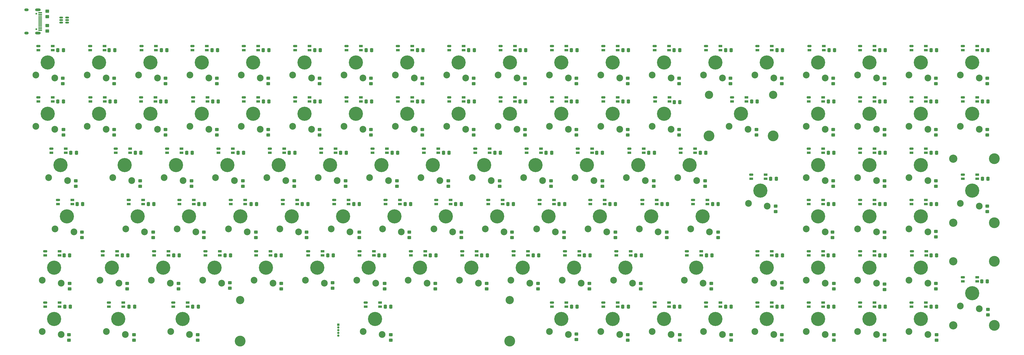
<source format=gbr>
%TF.GenerationSoftware,KiCad,Pcbnew,8.0.2*%
%TF.CreationDate,2025-01-30T16:21:06+01:00*%
%TF.ProjectId,zigzag,7a69677a-6167-42e6-9b69-6361645f7063,rev?*%
%TF.SameCoordinates,Original*%
%TF.FileFunction,Soldermask,Bot*%
%TF.FilePolarity,Negative*%
%FSLAX46Y46*%
G04 Gerber Fmt 4.6, Leading zero omitted, Abs format (unit mm)*
G04 Created by KiCad (PCBNEW 8.0.2) date 2025-01-30 16:21:06*
%MOMM*%
%LPD*%
G01*
G04 APERTURE LIST*
G04 Aperture macros list*
%AMRoundRect*
0 Rectangle with rounded corners*
0 $1 Rounding radius*
0 $2 $3 $4 $5 $6 $7 $8 $9 X,Y pos of 4 corners*
0 Add a 4 corners polygon primitive as box body*
4,1,4,$2,$3,$4,$5,$6,$7,$8,$9,$2,$3,0*
0 Add four circle primitives for the rounded corners*
1,1,$1+$1,$2,$3*
1,1,$1+$1,$4,$5*
1,1,$1+$1,$6,$7*
1,1,$1+$1,$8,$9*
0 Add four rect primitives between the rounded corners*
20,1,$1+$1,$2,$3,$4,$5,0*
20,1,$1+$1,$4,$5,$6,$7,0*
20,1,$1+$1,$6,$7,$8,$9,0*
20,1,$1+$1,$8,$9,$2,$3,0*%
G04 Aperture macros list end*
%ADD10C,3.050000*%
%ADD11C,4.000000*%
%ADD12C,5.250000*%
%ADD13C,2.500000*%
%ADD14R,0.850000X0.850000*%
%ADD15O,0.850000X0.850000*%
%ADD16C,0.650000*%
%ADD17R,1.450000X0.600000*%
%ADD18R,1.450000X0.300000*%
%ADD19O,2.100000X1.000000*%
%ADD20O,1.600000X1.000000*%
%ADD21RoundRect,0.250000X-0.450000X0.350000X-0.450000X-0.350000X0.450000X-0.350000X0.450000X0.350000X0*%
%ADD22RoundRect,0.150000X-0.512500X-0.150000X0.512500X-0.150000X0.512500X0.150000X-0.512500X0.150000X0*%
%ADD23RoundRect,0.250000X0.450000X-0.350000X0.450000X0.350000X-0.450000X0.350000X-0.450000X-0.350000X0*%
%ADD24RoundRect,0.250000X-0.337500X-0.475000X0.337500X-0.475000X0.337500X0.475000X-0.337500X0.475000X0*%
%ADD25RoundRect,0.250000X0.450000X-0.325000X0.450000X0.325000X-0.450000X0.325000X-0.450000X-0.325000X0*%
%ADD26R,1.450000X0.820000*%
%ADD27RoundRect,0.205000X0.520000X0.205000X-0.520000X0.205000X-0.520000X-0.205000X0.520000X-0.205000X0*%
G04 APERTURE END LIST*
D10*
%TO.C,K37*%
X138214000Y-141844000D03*
D11*
X138214000Y-157084000D03*
D12*
X188214000Y-148844000D03*
D10*
X238214000Y-141844000D03*
D11*
X238214000Y-157084000D03*
D13*
X183814000Y-153544000D03*
X190814000Y-154594000D03*
%TD*%
D14*
%TO.C,J2*%
X174625000Y-150987500D03*
D15*
X174625000Y-151987500D03*
X174625000Y-152987500D03*
X174625000Y-153987500D03*
X174625000Y-154987500D03*
%TD*%
D16*
%TO.C,J1*%
X62610000Y-41238000D03*
X62610000Y-35458000D03*
D17*
X64055000Y-41598000D03*
X64055000Y-40798000D03*
D18*
X64055000Y-39598000D03*
X64055000Y-38598000D03*
X64055000Y-38098000D03*
X64055000Y-37098000D03*
D17*
X64055000Y-35898000D03*
X64055000Y-35098000D03*
X64055000Y-35098000D03*
X64055000Y-35898000D03*
D18*
X64055000Y-36598000D03*
X64055000Y-37598000D03*
X64055000Y-39098000D03*
X64055000Y-40098000D03*
D17*
X64055000Y-40798000D03*
X64055000Y-41598000D03*
D19*
X63140000Y-42668000D03*
D20*
X58960000Y-42668000D03*
D19*
X63140000Y-34028000D03*
D20*
X58960000Y-34028000D03*
%TD*%
D13*
%TO.C,K45*%
X212277000Y-97444000D03*
X205277000Y-96394000D03*
D12*
X209677000Y-91694000D03*
%TD*%
D13*
%TO.C,K63*%
X283714500Y-135544000D03*
X276714500Y-134494000D03*
D12*
X281114500Y-129794000D03*
%TD*%
D13*
%TO.C,K65*%
X298002000Y-59344000D03*
X291002000Y-58294000D03*
D12*
X295402000Y-53594000D03*
%TD*%
D13*
%TO.C,K82*%
X355152000Y-97444000D03*
X348152000Y-96394000D03*
D12*
X352552000Y-91694000D03*
%TD*%
D13*
%TO.C,K91*%
X374202000Y-154594000D03*
X367202000Y-153544000D03*
D12*
X371602000Y-148844000D03*
%TD*%
D13*
%TO.C,K96*%
X393252000Y-135544000D03*
X386252000Y-134494000D03*
D12*
X390652000Y-129794000D03*
%TD*%
D13*
%TO.C,K93*%
X393252000Y-78394000D03*
X386252000Y-77344000D03*
D12*
X390652000Y-72644000D03*
%TD*%
D13*
%TO.C,K67*%
X288477000Y-97444000D03*
X281477000Y-96394000D03*
D12*
X285877000Y-91694000D03*
%TD*%
D13*
%TO.C,K98*%
X412302000Y-59344000D03*
X405302000Y-58294000D03*
D12*
X409702000Y-53594000D03*
%TD*%
D13*
%TO.C,K1*%
X69402000Y-59344000D03*
X62402000Y-58294000D03*
D12*
X66802000Y-53594000D03*
%TD*%
D21*
%TO.C,R2*%
X66614000Y-34564000D03*
X66614000Y-36564000D03*
%TD*%
D13*
%TO.C,K40*%
X193227000Y-97444000D03*
X186227000Y-96394000D03*
D12*
X190627000Y-91694000D03*
%TD*%
D13*
%TO.C,K12*%
X107502000Y-78394000D03*
X100502000Y-77344000D03*
D12*
X104902000Y-72644000D03*
%TD*%
D13*
%TO.C,K88*%
X374202000Y-97444000D03*
X367202000Y-96394000D03*
D12*
X371602000Y-91694000D03*
%TD*%
D13*
%TO.C,K64*%
X278952000Y-154594000D03*
X271952000Y-153544000D03*
D12*
X276352000Y-148844000D03*
%TD*%
D13*
%TO.C,K5*%
X71783250Y-135544000D03*
X64783250Y-134494000D03*
D12*
X69183250Y-129794000D03*
%TD*%
D13*
%TO.C,K79*%
X336102000Y-154594000D03*
X329102000Y-153544000D03*
D12*
X333502000Y-148844000D03*
%TD*%
D13*
%TO.C,K26*%
X150364500Y-135544000D03*
X143364500Y-134494000D03*
D12*
X147764500Y-129794000D03*
%TD*%
D13*
%TO.C,K47*%
X226564500Y-135544000D03*
X219564500Y-134494000D03*
D12*
X223964500Y-129794000D03*
%TD*%
D13*
%TO.C,K6*%
X71783250Y-154594000D03*
X64783250Y-153544000D03*
D12*
X69183250Y-148844000D03*
%TD*%
D13*
%TO.C,K68*%
X293239500Y-116494000D03*
X286239500Y-115444000D03*
D12*
X290639500Y-110744000D03*
%TD*%
D13*
%TO.C,K24*%
X136077000Y-97444000D03*
X129077000Y-96394000D03*
D12*
X133477000Y-91694000D03*
%TD*%
D13*
%TO.C,K27*%
X164652000Y-59344000D03*
X157652000Y-58294000D03*
D12*
X162052000Y-53594000D03*
%TD*%
D13*
%TO.C,K48*%
X240852000Y-59344000D03*
X233852000Y-58294000D03*
D12*
X238252000Y-53594000D03*
%TD*%
D13*
%TO.C,K72*%
X312289500Y-116494000D03*
X305289500Y-115444000D03*
D12*
X309689500Y-110744000D03*
%TD*%
D13*
%TO.C,K92*%
X393252000Y-59344000D03*
X386252000Y-58294000D03*
D12*
X390652000Y-53594000D03*
%TD*%
D13*
%TO.C,K70*%
X317052000Y-59344000D03*
X310052000Y-58294000D03*
D12*
X314452000Y-53594000D03*
%TD*%
D13*
%TO.C,K10*%
X95595750Y-154594000D03*
X88595750Y-153544000D03*
D12*
X92995750Y-148844000D03*
%TD*%
D13*
%TO.C,K50*%
X231327000Y-97444000D03*
X224327000Y-96394000D03*
D12*
X228727000Y-91694000D03*
%TD*%
D13*
%TO.C,K57*%
X264664500Y-135544000D03*
X257664500Y-134494000D03*
D12*
X262064500Y-129794000D03*
%TD*%
D13*
%TO.C,K31*%
X169414500Y-135544000D03*
X162414500Y-134494000D03*
D12*
X166814500Y-129794000D03*
%TD*%
D13*
%TO.C,K71*%
X307527000Y-97444000D03*
X300527000Y-96394000D03*
D12*
X304927000Y-91694000D03*
%TD*%
D13*
%TO.C,K87*%
X374202000Y-78394000D03*
X367202000Y-77344000D03*
D12*
X371602000Y-72644000D03*
%TD*%
D13*
%TO.C,K8*%
X88452000Y-78394000D03*
X81452000Y-77344000D03*
D12*
X85852000Y-72644000D03*
%TD*%
%TO.C,K9*%
X90614500Y-129794000D03*
D13*
X86214500Y-134494000D03*
X93214500Y-135544000D03*
%TD*%
D22*
%TO.C,U2*%
X71764500Y-38816000D03*
X71764500Y-37866000D03*
X71764500Y-36916000D03*
X74039500Y-36916000D03*
X74039500Y-37866000D03*
X74039500Y-38816000D03*
%TD*%
D13*
%TO.C,K16*%
X126552000Y-59344000D03*
X119552000Y-58294000D03*
D12*
X123952000Y-53594000D03*
%TD*%
D13*
%TO.C,K74*%
X317052000Y-154594000D03*
X310052000Y-153544000D03*
D12*
X314452000Y-148844000D03*
%TD*%
D13*
%TO.C,K81*%
X355152000Y-78394000D03*
X348152000Y-77344000D03*
D12*
X352552000Y-72644000D03*
%TD*%
D13*
%TO.C,K36*%
X188464500Y-135544000D03*
X181464500Y-134494000D03*
D12*
X185864500Y-129794000D03*
%TD*%
D13*
%TO.C,K58*%
X259902000Y-154594000D03*
X252902000Y-153544000D03*
D12*
X257302000Y-148844000D03*
%TD*%
D13*
%TO.C,K94*%
X393252000Y-97444000D03*
X386252000Y-96394000D03*
D12*
X390652000Y-91694000D03*
%TD*%
D13*
%TO.C,K44*%
X221802000Y-78394000D03*
X214802000Y-77344000D03*
D12*
X219202000Y-72644000D03*
%TD*%
D13*
%TO.C,K80*%
X355152000Y-59344000D03*
X348152000Y-58294000D03*
D12*
X352552000Y-53594000D03*
%TD*%
D13*
%TO.C,K76*%
X326577000Y-78394000D03*
X319577000Y-77344000D03*
D11*
X335877000Y-80884000D03*
D10*
X335877000Y-65644000D03*
D12*
X323977000Y-72644000D03*
D11*
X312077000Y-80884000D03*
D10*
X312077000Y-65644000D03*
%TD*%
D13*
%TO.C,K17*%
X126552000Y-78394000D03*
X119552000Y-77344000D03*
D12*
X123952000Y-72644000D03*
%TD*%
D13*
%TO.C,K53*%
X259902000Y-59344000D03*
X252902000Y-58294000D03*
D12*
X257302000Y-53594000D03*
%TD*%
D13*
%TO.C,K29*%
X155127000Y-97444000D03*
X148127000Y-96394000D03*
D12*
X152527000Y-91694000D03*
%TD*%
D13*
%TO.C,K2*%
X69402000Y-78394000D03*
X62402000Y-77344000D03*
D12*
X66802000Y-72644000D03*
%TD*%
D13*
%TO.C,K101*%
X412302000Y-145069000D03*
X405302000Y-144019000D03*
D11*
X417942000Y-151219000D03*
X417942000Y-127419000D03*
D12*
X409702000Y-139319000D03*
D10*
X402702000Y-151219000D03*
X402702000Y-127419000D03*
%TD*%
D13*
%TO.C,K60*%
X278952000Y-78394000D03*
X271952000Y-77344000D03*
D12*
X276352000Y-72644000D03*
%TD*%
D13*
%TO.C,K73*%
X309908250Y-135544000D03*
X302908250Y-134494000D03*
D12*
X307308250Y-129794000D03*
%TD*%
D13*
%TO.C,K15*%
X112264500Y-135544000D03*
X105264500Y-134494000D03*
D12*
X109664500Y-129794000D03*
%TD*%
D13*
%TO.C,K38*%
X202752000Y-59344000D03*
X195752000Y-58294000D03*
D12*
X200152000Y-53594000D03*
%TD*%
D13*
%TO.C,K69*%
X298002000Y-154594000D03*
X291002000Y-153544000D03*
D12*
X295402000Y-148844000D03*
%TD*%
D13*
%TO.C,K62*%
X274189500Y-116494000D03*
X267189500Y-115444000D03*
D12*
X271589500Y-110744000D03*
%TD*%
D13*
%TO.C,K33*%
X183702000Y-78394000D03*
X176702000Y-77344000D03*
D12*
X181102000Y-72644000D03*
%TD*%
D13*
%TO.C,K84*%
X355152000Y-135544000D03*
X348152000Y-134494000D03*
D12*
X352552000Y-129794000D03*
%TD*%
D13*
%TO.C,K95*%
X393252000Y-116494000D03*
X386252000Y-115444000D03*
D12*
X390652000Y-110744000D03*
%TD*%
D13*
%TO.C,K75*%
X336102000Y-59344000D03*
X329102000Y-58294000D03*
D12*
X333502000Y-53594000D03*
%TD*%
D13*
%TO.C,K14*%
X102739500Y-116494000D03*
X95739500Y-115444000D03*
D12*
X100139500Y-110744000D03*
%TD*%
D13*
%TO.C,K97*%
X393252000Y-154594000D03*
X386252000Y-153544000D03*
D12*
X390652000Y-148844000D03*
%TD*%
D23*
%TO.C,R1*%
X66614000Y-41872000D03*
X66614000Y-39872000D03*
%TD*%
D13*
%TO.C,K55*%
X250377000Y-97444000D03*
X243377000Y-96394000D03*
D12*
X247777000Y-91694000D03*
%TD*%
D13*
%TO.C,K54*%
X259902000Y-78394000D03*
X252902000Y-77344000D03*
D12*
X257302000Y-72644000D03*
%TD*%
D13*
%TO.C,K90*%
X374202000Y-135544000D03*
X367202000Y-134494000D03*
D12*
X371602000Y-129794000D03*
%TD*%
D13*
%TO.C,K83*%
X355152000Y-116494000D03*
X348152000Y-115444000D03*
D12*
X352552000Y-110744000D03*
%TD*%
D13*
%TO.C,K78*%
X336102000Y-135544000D03*
X329102000Y-134494000D03*
D12*
X333502000Y-129794000D03*
%TD*%
D13*
%TO.C,K56*%
X255139500Y-116494000D03*
X248139500Y-115444000D03*
D12*
X252539500Y-110744000D03*
%TD*%
D13*
%TO.C,K20*%
X131314500Y-135544000D03*
X124314500Y-134494000D03*
D12*
X128714500Y-129794000D03*
%TD*%
D13*
%TO.C,K13*%
X97977000Y-97444000D03*
X90977000Y-96394000D03*
D12*
X95377000Y-91694000D03*
%TD*%
D13*
%TO.C,K86*%
X374202000Y-59344000D03*
X367202000Y-58294000D03*
D12*
X371602000Y-53594000D03*
%TD*%
D13*
%TO.C,K11*%
X107502000Y-59344000D03*
X100502000Y-58294000D03*
D12*
X104902000Y-53594000D03*
%TD*%
D13*
%TO.C,K19*%
X121789500Y-116494000D03*
X114789500Y-115444000D03*
D12*
X119189500Y-110744000D03*
%TD*%
D13*
%TO.C,K30*%
X159889500Y-116494000D03*
X152889500Y-115444000D03*
D12*
X157289500Y-110744000D03*
%TD*%
D13*
%TO.C,K85*%
X355152000Y-154594000D03*
X348152000Y-153544000D03*
D12*
X352552000Y-148844000D03*
%TD*%
D13*
%TO.C,K46*%
X217039500Y-116494000D03*
X210039500Y-115444000D03*
D12*
X214439500Y-110744000D03*
%TD*%
D13*
%TO.C,K35*%
X178939500Y-116494000D03*
X171939500Y-115444000D03*
D12*
X176339500Y-110744000D03*
%TD*%
D13*
%TO.C,K77*%
X333720750Y-106969000D03*
X326720750Y-105919000D03*
D12*
X331120750Y-101219000D03*
%TD*%
D13*
%TO.C,K21*%
X119408250Y-154594000D03*
X112408250Y-153544000D03*
D12*
X116808250Y-148844000D03*
%TD*%
D13*
%TO.C,K4*%
X76545750Y-116494000D03*
X69545750Y-115444000D03*
D12*
X73945750Y-110744000D03*
%TD*%
D13*
%TO.C,K66*%
X298002000Y-78394000D03*
X291002000Y-77344000D03*
D12*
X295402000Y-72644000D03*
%TD*%
D13*
%TO.C,K99*%
X412302000Y-78394000D03*
X405302000Y-77344000D03*
D12*
X409702000Y-72644000D03*
%TD*%
D13*
%TO.C,K42*%
X207514500Y-135544000D03*
X200514500Y-134494000D03*
D12*
X204914500Y-129794000D03*
%TD*%
D13*
%TO.C,K52*%
X245614500Y-135544000D03*
X238614500Y-134494000D03*
D12*
X243014500Y-129794000D03*
%TD*%
D13*
%TO.C,K61*%
X269427000Y-97444000D03*
X262427000Y-96394000D03*
D12*
X266827000Y-91694000D03*
%TD*%
D13*
%TO.C,K25*%
X140839500Y-116494000D03*
X133839500Y-115444000D03*
D12*
X138239500Y-110744000D03*
%TD*%
D13*
%TO.C,K49*%
X240852000Y-78394000D03*
X233852000Y-77344000D03*
D12*
X238252000Y-72644000D03*
%TD*%
D13*
%TO.C,K22*%
X145602000Y-59344000D03*
X138602000Y-58294000D03*
D12*
X143002000Y-53594000D03*
%TD*%
D13*
%TO.C,K34*%
X174177000Y-97444000D03*
X167177000Y-96394000D03*
D12*
X171577000Y-91694000D03*
%TD*%
D13*
%TO.C,K100*%
X412302000Y-106969000D03*
X405302000Y-105919000D03*
D11*
X417942000Y-113119000D03*
X417942000Y-89319000D03*
D12*
X409702000Y-101219000D03*
D10*
X402702000Y-113119000D03*
X402702000Y-89319000D03*
%TD*%
D13*
%TO.C,K59*%
X278952000Y-59344000D03*
X271952000Y-58294000D03*
D12*
X276352000Y-53594000D03*
%TD*%
D13*
%TO.C,K41*%
X197989500Y-116494000D03*
X190989500Y-115444000D03*
D12*
X195389500Y-110744000D03*
%TD*%
D13*
%TO.C,K18*%
X117027000Y-97444000D03*
X110027000Y-96394000D03*
D12*
X114427000Y-91694000D03*
%TD*%
D13*
%TO.C,K32*%
X183702000Y-59344000D03*
X176702000Y-58294000D03*
D12*
X181102000Y-53594000D03*
%TD*%
D13*
%TO.C,K28*%
X164652000Y-78394000D03*
X157652000Y-77344000D03*
D12*
X162052000Y-72644000D03*
%TD*%
D13*
%TO.C,K43*%
X221802000Y-59344000D03*
X214802000Y-58294000D03*
D12*
X219202000Y-53594000D03*
%TD*%
D13*
%TO.C,K23*%
X145602000Y-78394000D03*
X138602000Y-77344000D03*
D12*
X143002000Y-72644000D03*
%TD*%
D13*
%TO.C,K3*%
X74164500Y-97444000D03*
X67164500Y-96394000D03*
D12*
X71564500Y-91694000D03*
%TD*%
D13*
%TO.C,K7*%
X88452000Y-59344000D03*
X81452000Y-58294000D03*
D12*
X85852000Y-53594000D03*
%TD*%
D13*
%TO.C,K39*%
X202752000Y-78394000D03*
X195752000Y-77344000D03*
D12*
X200152000Y-72644000D03*
%TD*%
D13*
%TO.C,K89*%
X374202000Y-116494000D03*
X367202000Y-115444000D03*
D12*
X371602000Y-110744000D03*
%TD*%
D13*
%TO.C,K51*%
X236089500Y-116494000D03*
X229089500Y-115444000D03*
D12*
X233489500Y-110744000D03*
%TD*%
D24*
%TO.C,C32*%
X132588000Y-125222000D03*
X134663000Y-125222000D03*
%TD*%
D25*
%TO.C,D70*%
X320040000Y-61486000D03*
X320040000Y-59436000D03*
%TD*%
D24*
%TO.C,C89*%
X327892500Y-68072000D03*
X329967500Y-68072000D03*
%TD*%
D26*
%TO.C,LED75*%
X335415000Y-49010000D03*
X335415000Y-47510000D03*
D27*
X330065000Y-47510000D03*
D26*
X330065000Y-49010000D03*
%TD*%
D24*
%TO.C,C109*%
X394440500Y-125222000D03*
X396515500Y-125222000D03*
%TD*%
D25*
%TO.C,D71*%
X310642000Y-99586000D03*
X310642000Y-97536000D03*
%TD*%
D26*
%TO.C,LED55*%
X249817000Y-87110000D03*
X249817000Y-85610000D03*
D27*
X244467000Y-85610000D03*
D26*
X244467000Y-87110000D03*
%TD*%
%TO.C,LED1*%
X68715000Y-48998000D03*
X68715000Y-47498000D03*
D27*
X63365000Y-47498000D03*
D26*
X63365000Y-48998000D03*
%TD*%
D25*
%TO.C,D15*%
X115316000Y-137686000D03*
X115316000Y-135636000D03*
%TD*%
%TO.C,D94*%
X396240000Y-99586000D03*
X396240000Y-97536000D03*
%TD*%
D26*
%TO.C,LED7*%
X87884000Y-49022000D03*
X87884000Y-47522000D03*
D27*
X82534000Y-47522000D03*
D26*
X82534000Y-49022000D03*
%TD*%
%TO.C,LED14*%
X102243000Y-106160000D03*
X102243000Y-104660000D03*
D27*
X96893000Y-104660000D03*
D26*
X96893000Y-106160000D03*
%TD*%
D25*
%TO.C,D47*%
X229616000Y-137686000D03*
X229616000Y-135636000D03*
%TD*%
D26*
%TO.C,LED15*%
X111641000Y-125210000D03*
X111641000Y-123710000D03*
D27*
X106291000Y-123710000D03*
D26*
X106291000Y-125210000D03*
%TD*%
D25*
%TO.C,D68*%
X296418000Y-118636000D03*
X296418000Y-116586000D03*
%TD*%
D26*
%TO.C,LED47*%
X225941000Y-125210000D03*
X225941000Y-123710000D03*
D27*
X220591000Y-123710000D03*
D26*
X220591000Y-125210000D03*
%TD*%
D25*
%TO.C,D62*%
X277368000Y-118636000D03*
X277368000Y-116586000D03*
%TD*%
D26*
%TO.C,LED50*%
X230767000Y-87110000D03*
X230767000Y-85610000D03*
D27*
X225417000Y-85610000D03*
D26*
X225417000Y-87110000D03*
%TD*%
%TO.C,LED70*%
X316365000Y-49010000D03*
X316365000Y-47510000D03*
D27*
X311015000Y-47510000D03*
D26*
X311015000Y-49010000D03*
%TD*%
D24*
%TO.C,C96*%
X356362000Y-106172000D03*
X358437000Y-106172000D03*
%TD*%
%TO.C,C42*%
X156421000Y-87122000D03*
X158496000Y-87122000D03*
%TD*%
D26*
%TO.C,LED42*%
X206891000Y-125210000D03*
X206891000Y-123710000D03*
D27*
X201541000Y-123710000D03*
D26*
X201541000Y-125210000D03*
%TD*%
D24*
%TO.C,C58*%
X213592500Y-87122000D03*
X215667500Y-87122000D03*
%TD*%
%TO.C,C25*%
X99314000Y-87122000D03*
X101389000Y-87122000D03*
%TD*%
D26*
%TO.C,LED69*%
X297315000Y-144260000D03*
X297315000Y-142760000D03*
D27*
X291965000Y-142760000D03*
D26*
X291965000Y-144260000D03*
%TD*%
%TO.C,LED44*%
X221115000Y-68060000D03*
X221115000Y-66560000D03*
D27*
X215765000Y-66560000D03*
D26*
X215765000Y-68060000D03*
%TD*%
D24*
%TO.C,C86*%
X311150000Y-125222000D03*
X313225000Y-125222000D03*
%TD*%
D26*
%TO.C,LED56*%
X254643000Y-106160000D03*
X254643000Y-104660000D03*
D27*
X249293000Y-104660000D03*
D26*
X249293000Y-106160000D03*
%TD*%
D24*
%TO.C,C52*%
X203940500Y-68072000D03*
X206015500Y-68072000D03*
%TD*%
%TO.C,C94*%
X356340500Y-68072000D03*
X358415500Y-68072000D03*
%TD*%
%TO.C,C29*%
X127994500Y-68072000D03*
X130069500Y-68072000D03*
%TD*%
D25*
%TO.C,D7*%
X91440000Y-61486000D03*
X91440000Y-59436000D03*
%TD*%
D24*
%TO.C,C48*%
X180340000Y-106172000D03*
X182415000Y-106172000D03*
%TD*%
D26*
%TO.C,LED87*%
X373515000Y-68060000D03*
X373515000Y-66560000D03*
D27*
X368165000Y-66560000D03*
D26*
X368165000Y-68060000D03*
%TD*%
D25*
%TO.C,D42*%
X210566000Y-137686000D03*
X210566000Y-135636000D03*
%TD*%
D24*
%TO.C,C98*%
X356362000Y-144272000D03*
X358437000Y-144272000D03*
%TD*%
%TO.C,C82*%
X299212000Y-144272000D03*
X301287000Y-144272000D03*
%TD*%
D26*
%TO.C,LED39*%
X202065000Y-68060000D03*
X202065000Y-66560000D03*
D27*
X196715000Y-66560000D03*
D26*
X196715000Y-68060000D03*
%TD*%
D25*
%TO.C,D80*%
X358140000Y-61486000D03*
X358140000Y-59436000D03*
%TD*%
D24*
%TO.C,C13*%
X70569000Y-49022000D03*
X72644000Y-49022000D03*
%TD*%
D26*
%TO.C,LED29*%
X154567000Y-87110000D03*
X154567000Y-85610000D03*
D27*
X149217000Y-85610000D03*
D26*
X149217000Y-87110000D03*
%TD*%
D25*
%TO.C,D10*%
X98806000Y-156736000D03*
X98806000Y-154686000D03*
%TD*%
D26*
%TO.C,LED72*%
X311539000Y-106160000D03*
X311539000Y-104660000D03*
D27*
X306189000Y-104660000D03*
D26*
X306189000Y-106160000D03*
%TD*%
D25*
%TO.C,D60*%
X281940000Y-80536000D03*
X281940000Y-78486000D03*
%TD*%
D26*
%TO.C,LED21*%
X118753000Y-144260000D03*
X118753000Y-142760000D03*
D27*
X113403000Y-142760000D03*
D26*
X113403000Y-144260000D03*
%TD*%
D24*
%TO.C,C39*%
X151362500Y-125222000D03*
X153437500Y-125222000D03*
%TD*%
%TO.C,C14*%
X70569000Y-68072000D03*
X72644000Y-68072000D03*
%TD*%
D25*
%TO.C,D43*%
X224790000Y-61486000D03*
X224790000Y-59436000D03*
%TD*%
D26*
%TO.C,LED85*%
X354465000Y-144260000D03*
X354465000Y-142760000D03*
D27*
X349115000Y-142760000D03*
D26*
X349115000Y-144260000D03*
%TD*%
D25*
%TO.C,D63*%
X286766000Y-137686000D03*
X286766000Y-135636000D03*
%TD*%
D24*
%TO.C,C79*%
X299190500Y-68326000D03*
X301265500Y-68326000D03*
%TD*%
D26*
%TO.C,LED16*%
X125865000Y-49010000D03*
X125865000Y-47510000D03*
D27*
X120515000Y-47510000D03*
D26*
X120515000Y-49010000D03*
%TD*%
D24*
%TO.C,C28*%
X127740500Y-49022000D03*
X129815500Y-49022000D03*
%TD*%
D25*
%TO.C,D65*%
X300990000Y-61486000D03*
X300990000Y-59436000D03*
%TD*%
D24*
%TO.C,C108*%
X394440500Y-106172000D03*
X396515500Y-106172000D03*
%TD*%
D25*
%TO.C,D101*%
X415544000Y-147338000D03*
X415544000Y-145288000D03*
%TD*%
D26*
%TO.C,LED30*%
X159393000Y-106160000D03*
X159393000Y-104660000D03*
D27*
X154043000Y-104660000D03*
D26*
X154043000Y-106160000D03*
%TD*%
D24*
%TO.C,C90*%
X334983000Y-96774000D03*
X337058000Y-96774000D03*
%TD*%
D25*
%TO.C,D78*%
X339090000Y-137423000D03*
X339090000Y-135373000D03*
%TD*%
D24*
%TO.C,C78*%
X299169000Y-49022000D03*
X301244000Y-49022000D03*
%TD*%
D26*
%TO.C,LED74*%
X316365000Y-144260000D03*
X316365000Y-142760000D03*
D27*
X311015000Y-142760000D03*
D26*
X311015000Y-144260000D03*
%TD*%
D25*
%TO.C,D88*%
X377190000Y-99586000D03*
X377190000Y-97536000D03*
%TD*%
D24*
%TO.C,C101*%
X375412000Y-87122000D03*
X377487000Y-87122000D03*
%TD*%
D25*
%TO.C,D20*%
X134366000Y-137432000D03*
X134366000Y-135382000D03*
%TD*%
D24*
%TO.C,C107*%
X394440500Y-87122000D03*
X396515500Y-87122000D03*
%TD*%
%TO.C,C85*%
X313436000Y-106172000D03*
X315511000Y-106172000D03*
%TD*%
D25*
%TO.C,D39*%
X205740000Y-80536000D03*
X205740000Y-78486000D03*
%TD*%
D24*
%TO.C,C17*%
X72876500Y-125222000D03*
X74951500Y-125222000D03*
%TD*%
D25*
%TO.C,D89*%
X377190000Y-118636000D03*
X377190000Y-116586000D03*
%TD*%
D26*
%TO.C,LED24*%
X135517000Y-87110000D03*
X135517000Y-85610000D03*
D27*
X130167000Y-85610000D03*
D26*
X130167000Y-87110000D03*
%TD*%
D24*
%TO.C,C37*%
X137392500Y-87122000D03*
X139467500Y-87122000D03*
%TD*%
D26*
%TO.C,LED80*%
X354719000Y-49010000D03*
X354719000Y-47510000D03*
D27*
X349369000Y-47510000D03*
D26*
X349369000Y-49010000D03*
%TD*%
D24*
%TO.C,C77*%
X280119000Y-144272000D03*
X282194000Y-144272000D03*
%TD*%
D25*
%TO.C,D96*%
X396240000Y-137686000D03*
X396240000Y-135636000D03*
%TD*%
%TO.C,D69*%
X301244000Y-156736000D03*
X301244000Y-154686000D03*
%TD*%
%TO.C,D66*%
X300990000Y-80527000D03*
X300990000Y-78477000D03*
%TD*%
D26*
%TO.C,LED3*%
X73541000Y-87122000D03*
X73541000Y-85622000D03*
D27*
X68191000Y-85622000D03*
D26*
X68191000Y-87122000D03*
%TD*%
%TO.C,LED19*%
X121039000Y-106160000D03*
X121039000Y-104660000D03*
D27*
X115689000Y-104660000D03*
D26*
X115689000Y-106160000D03*
%TD*%
D25*
%TO.C,D27*%
X167640000Y-61477000D03*
X167640000Y-59427000D03*
%TD*%
D24*
%TO.C,C67*%
X261069000Y-68072000D03*
X263144000Y-68072000D03*
%TD*%
D26*
%TO.C,LED84*%
X354465000Y-125210000D03*
X354465000Y-123710000D03*
D27*
X349115000Y-123710000D03*
D26*
X349115000Y-125210000D03*
%TD*%
D25*
%TO.C,D16*%
X129540000Y-61468000D03*
X129540000Y-59418000D03*
%TD*%
%TO.C,D85*%
X358394000Y-156736000D03*
X358394000Y-154686000D03*
%TD*%
D26*
%TO.C,LED53*%
X259215000Y-49010000D03*
X259215000Y-47510000D03*
D27*
X253865000Y-47510000D03*
D26*
X253865000Y-49010000D03*
%TD*%
D24*
%TO.C,C91*%
X337269000Y-125222000D03*
X339344000Y-125222000D03*
%TD*%
D25*
%TO.C,D40*%
X196342000Y-99586000D03*
X196342000Y-97536000D03*
%TD*%
D24*
%TO.C,C68*%
X251671000Y-87122000D03*
X253746000Y-87122000D03*
%TD*%
D25*
%TO.C,D30*%
X162814000Y-118627000D03*
X162814000Y-116577000D03*
%TD*%
D24*
%TO.C,C21*%
X94466500Y-125222000D03*
X96541500Y-125222000D03*
%TD*%
%TO.C,C20*%
X89894500Y-68072000D03*
X91969500Y-68072000D03*
%TD*%
D25*
%TO.C,D26*%
X153416000Y-137677000D03*
X153416000Y-135627000D03*
%TD*%
D24*
%TO.C,C35*%
X146769000Y-49022000D03*
X148844000Y-49022000D03*
%TD*%
D26*
%TO.C,LED23*%
X144915000Y-68060000D03*
X144915000Y-66560000D03*
D27*
X139565000Y-66560000D03*
D26*
X139565000Y-68060000D03*
%TD*%
%TO.C,LED73*%
X309253000Y-125210000D03*
X309253000Y-123710000D03*
D27*
X303903000Y-123710000D03*
D26*
X303903000Y-125210000D03*
%TD*%
D24*
%TO.C,C61*%
X242062000Y-49022000D03*
X244137000Y-49022000D03*
%TD*%
D26*
%TO.C,LED51*%
X235593000Y-106160000D03*
X235593000Y-104660000D03*
D27*
X230243000Y-104660000D03*
D26*
X230243000Y-106160000D03*
%TD*%
%TO.C,LED34*%
X173617000Y-87110000D03*
X173617000Y-85610000D03*
D27*
X168267000Y-85610000D03*
D26*
X168267000Y-87110000D03*
%TD*%
D25*
%TO.C,D59*%
X281940000Y-61486000D03*
X281940000Y-59436000D03*
%TD*%
D24*
%TO.C,C100*%
X375412000Y-68072000D03*
X377487000Y-68072000D03*
%TD*%
%TO.C,C97*%
X356319000Y-125222000D03*
X358394000Y-125222000D03*
%TD*%
D26*
%TO.C,LED95*%
X392565000Y-106160000D03*
X392565000Y-104660000D03*
D27*
X387215000Y-104660000D03*
D26*
X387215000Y-106160000D03*
%TD*%
%TO.C,LED37*%
X190127000Y-144260000D03*
X190127000Y-142760000D03*
D27*
X184777000Y-142760000D03*
D26*
X184777000Y-144260000D03*
%TD*%
%TO.C,LED57*%
X264041000Y-125210000D03*
X264041000Y-123710000D03*
D27*
X258691000Y-123710000D03*
D26*
X258691000Y-125210000D03*
%TD*%
D25*
%TO.C,D6*%
X74676000Y-156736000D03*
X74676000Y-154686000D03*
%TD*%
%TO.C,D91*%
X377190000Y-156727000D03*
X377190000Y-154677000D03*
%TD*%
%TO.C,D12*%
X110490000Y-80536000D03*
X110490000Y-78486000D03*
%TD*%
D26*
%TO.C,LED78*%
X335415000Y-125210000D03*
X335415000Y-123710000D03*
D27*
X330065000Y-123710000D03*
D26*
X330065000Y-125210000D03*
%TD*%
%TO.C,LED4*%
X75946000Y-106172000D03*
X75946000Y-104672000D03*
D27*
X70596000Y-104672000D03*
D26*
X70596000Y-106172000D03*
%TD*%
D25*
%TO.C,D41*%
X200914000Y-118627000D03*
X200914000Y-116577000D03*
%TD*%
D26*
%TO.C,LED97*%
X392565000Y-144260000D03*
X392565000Y-142760000D03*
D27*
X387215000Y-142760000D03*
D26*
X387215000Y-144260000D03*
%TD*%
%TO.C,LED41*%
X197493000Y-106160000D03*
X197493000Y-104660000D03*
D27*
X192143000Y-104660000D03*
D26*
X192143000Y-106160000D03*
%TD*%
D24*
%TO.C,C110*%
X394440500Y-144272000D03*
X396515500Y-144272000D03*
%TD*%
D26*
%TO.C,LED31*%
X168791000Y-125210000D03*
X168791000Y-123710000D03*
D27*
X163441000Y-123710000D03*
D26*
X163441000Y-125210000D03*
%TD*%
D25*
%TO.C,D73*%
X312928000Y-137686000D03*
X312928000Y-135636000D03*
%TD*%
D26*
%TO.C,LED11*%
X106934000Y-49022000D03*
X106934000Y-47522000D03*
D27*
X101584000Y-47522000D03*
D26*
X101584000Y-49022000D03*
%TD*%
D25*
%TO.C,D4*%
X79502000Y-118627000D03*
X79502000Y-116577000D03*
%TD*%
%TO.C,D64*%
X281940000Y-156736000D03*
X281940000Y-154686000D03*
%TD*%
D26*
%TO.C,LED82*%
X354465000Y-87110000D03*
X354465000Y-85610000D03*
D27*
X349115000Y-85610000D03*
D26*
X349115000Y-87110000D03*
%TD*%
%TO.C,LED100*%
X411615000Y-96762000D03*
X411615000Y-95262000D03*
D27*
X406265000Y-95262000D03*
D26*
X406265000Y-96762000D03*
%TD*%
%TO.C,LED71*%
X306967000Y-87110000D03*
X306967000Y-85610000D03*
D27*
X301617000Y-85610000D03*
D26*
X301617000Y-87110000D03*
%TD*%
%TO.C,LED86*%
X373515000Y-49010000D03*
X373515000Y-47510000D03*
D27*
X368165000Y-47510000D03*
D26*
X368165000Y-49010000D03*
%TD*%
%TO.C,LED54*%
X259215000Y-68060000D03*
X259215000Y-66560000D03*
D27*
X253865000Y-66560000D03*
D26*
X253865000Y-68060000D03*
%TD*%
D24*
%TO.C,C75*%
X275336000Y-106172000D03*
X277411000Y-106172000D03*
%TD*%
%TO.C,C53*%
X194542500Y-87122000D03*
X196617500Y-87122000D03*
%TD*%
D25*
%TO.C,D84*%
X358394000Y-137677000D03*
X358394000Y-135627000D03*
%TD*%
D26*
%TO.C,LED99*%
X411615000Y-68060000D03*
X411615000Y-66560000D03*
D27*
X406265000Y-66560000D03*
D26*
X406265000Y-68060000D03*
%TD*%
D25*
%TO.C,D32*%
X186690000Y-61486000D03*
X186690000Y-59436000D03*
%TD*%
%TO.C,D61*%
X272542000Y-99577000D03*
X272542000Y-97527000D03*
%TD*%
%TO.C,D90*%
X377190000Y-137940000D03*
X377190000Y-135890000D03*
%TD*%
D26*
%TO.C,LED17*%
X126119000Y-68060000D03*
X126119000Y-66560000D03*
D27*
X120769000Y-66560000D03*
D26*
X120769000Y-68060000D03*
%TD*%
D25*
%TO.C,D13*%
X101092000Y-99586000D03*
X101092000Y-97536000D03*
%TD*%
%TO.C,D3*%
X77216000Y-99586000D03*
X77216000Y-97536000D03*
%TD*%
D26*
%TO.C,LED18*%
X116467000Y-87110000D03*
X116467000Y-85610000D03*
D27*
X111117000Y-85610000D03*
D26*
X111117000Y-87110000D03*
%TD*%
D25*
%TO.C,D58*%
X262890000Y-156482000D03*
X262890000Y-154432000D03*
%TD*%
D24*
%TO.C,C99*%
X375412000Y-49022000D03*
X377487000Y-49022000D03*
%TD*%
%TO.C,C31*%
X122893000Y-106172000D03*
X124968000Y-106172000D03*
%TD*%
D25*
%TO.C,D55*%
X253492000Y-99586000D03*
X253492000Y-97536000D03*
%TD*%
%TO.C,D54*%
X262890000Y-80536000D03*
X262890000Y-78486000D03*
%TD*%
D26*
%TO.C,LED92*%
X392565000Y-49010000D03*
X392565000Y-47510000D03*
D27*
X387215000Y-47510000D03*
D26*
X387215000Y-49010000D03*
%TD*%
D24*
%TO.C,C71*%
X261112000Y-144272000D03*
X263187000Y-144272000D03*
%TD*%
%TO.C,C114*%
X413490500Y-96774000D03*
X415565500Y-96774000D03*
%TD*%
D25*
%TO.C,D51*%
X239014000Y-118636000D03*
X239014000Y-116586000D03*
%TD*%
D26*
%TO.C,LED49*%
X240165000Y-68060000D03*
X240165000Y-66560000D03*
D27*
X234815000Y-66560000D03*
D26*
X234815000Y-68060000D03*
%TD*%
D24*
%TO.C,C74*%
X270467000Y-87122000D03*
X272542000Y-87122000D03*
%TD*%
D25*
%TO.C,D57*%
X267716000Y-137686000D03*
X267716000Y-135636000D03*
%TD*%
D24*
%TO.C,C111*%
X413490500Y-49022000D03*
X415565500Y-49022000D03*
%TD*%
D25*
%TO.C,D25*%
X144018000Y-118636000D03*
X144018000Y-116586000D03*
%TD*%
%TO.C,D56*%
X258318000Y-118627000D03*
X258318000Y-116577000D03*
%TD*%
%TO.C,D35*%
X182372000Y-118627000D03*
X182372000Y-116577000D03*
%TD*%
D26*
%TO.C,LED91*%
X373515000Y-144260000D03*
X373515000Y-142760000D03*
D27*
X368165000Y-142760000D03*
D26*
X368165000Y-144260000D03*
%TD*%
D24*
%TO.C,C44*%
X170666500Y-125222000D03*
X172741500Y-125222000D03*
%TD*%
%TO.C,C47*%
X175471000Y-87122000D03*
X177546000Y-87122000D03*
%TD*%
D25*
%TO.C,D79*%
X339090000Y-156736000D03*
X339090000Y-154686000D03*
%TD*%
D24*
%TO.C,C92*%
X337312000Y-144272000D03*
X339387000Y-144272000D03*
%TD*%
D26*
%TO.C,LED25*%
X140089000Y-106160000D03*
X140089000Y-104660000D03*
D27*
X134739000Y-104660000D03*
D26*
X134739000Y-106160000D03*
%TD*%
D25*
%TO.C,D93*%
X396240000Y-80536000D03*
X396240000Y-78486000D03*
%TD*%
D26*
%TO.C,LED88*%
X373515000Y-87110000D03*
X373515000Y-85610000D03*
D27*
X368165000Y-85610000D03*
D26*
X368165000Y-87110000D03*
%TD*%
D24*
%TO.C,C76*%
X284945000Y-125222000D03*
X287020000Y-125222000D03*
%TD*%
D25*
%TO.C,D2*%
X72644000Y-80536000D03*
X72644000Y-78486000D03*
%TD*%
%TO.C,D76*%
X329692000Y-80536000D03*
X329692000Y-78486000D03*
%TD*%
D26*
%TO.C,LED60*%
X278265000Y-68060000D03*
X278265000Y-66560000D03*
D27*
X272915000Y-66560000D03*
D26*
X272915000Y-68060000D03*
%TD*%
D24*
%TO.C,C51*%
X203940500Y-49022000D03*
X206015500Y-49022000D03*
%TD*%
D25*
%TO.C,D29*%
X158242000Y-99586000D03*
X158242000Y-97536000D03*
%TD*%
D24*
%TO.C,C18*%
X73152000Y-144272000D03*
X75227000Y-144272000D03*
%TD*%
%TO.C,C81*%
X294640000Y-106172000D03*
X296715000Y-106172000D03*
%TD*%
%TO.C,C73*%
X280162000Y-68072000D03*
X282237000Y-68072000D03*
%TD*%
D26*
%TO.C,LED40*%
X192667000Y-87110000D03*
X192667000Y-85610000D03*
D27*
X187317000Y-85610000D03*
D26*
X187317000Y-87110000D03*
%TD*%
%TO.C,LED27*%
X163965000Y-49010000D03*
X163965000Y-47510000D03*
D27*
X158615000Y-47510000D03*
D26*
X158615000Y-49010000D03*
%TD*%
D24*
%TO.C,C60*%
X227795000Y-125222000D03*
X229870000Y-125222000D03*
%TD*%
D25*
%TO.C,D9*%
X96266000Y-137686000D03*
X96266000Y-135636000D03*
%TD*%
%TO.C,D45*%
X215392000Y-99586000D03*
X215392000Y-97536000D03*
%TD*%
D26*
%TO.C,LED2*%
X68715000Y-68072000D03*
X68715000Y-66572000D03*
D27*
X63365000Y-66572000D03*
D26*
X63365000Y-68072000D03*
%TD*%
D24*
%TO.C,C45*%
X184890500Y-49022000D03*
X186965500Y-49022000D03*
%TD*%
D26*
%TO.C,LED81*%
X354465000Y-68060000D03*
X354465000Y-66560000D03*
D27*
X349115000Y-66560000D03*
D26*
X349115000Y-68060000D03*
%TD*%
%TO.C,LED59*%
X278265000Y-49010000D03*
X278265000Y-47510000D03*
D27*
X272915000Y-47510000D03*
D26*
X272915000Y-49010000D03*
%TD*%
D25*
%TO.C,D24*%
X139192000Y-99586000D03*
X139192000Y-97536000D03*
%TD*%
D24*
%TO.C,C30*%
X118342500Y-87122000D03*
X120417500Y-87122000D03*
%TD*%
%TO.C,C41*%
X165840500Y-68072000D03*
X167915500Y-68072000D03*
%TD*%
D25*
%TO.C,D74*%
X320294000Y-156736000D03*
X320294000Y-154686000D03*
%TD*%
D26*
%TO.C,LED43*%
X221115000Y-49010000D03*
X221115000Y-47510000D03*
D27*
X215765000Y-47510000D03*
D26*
X215765000Y-49010000D03*
%TD*%
D24*
%TO.C,C38*%
X142218500Y-106172000D03*
X144293500Y-106172000D03*
%TD*%
%TO.C,C95*%
X356362000Y-87122000D03*
X358437000Y-87122000D03*
%TD*%
D25*
%TO.C,D75*%
X339090000Y-61486000D03*
X339090000Y-59436000D03*
%TD*%
D24*
%TO.C,C66*%
X261069000Y-49022000D03*
X263144000Y-49022000D03*
%TD*%
D26*
%TO.C,LED28*%
X163965000Y-68060000D03*
X163965000Y-66560000D03*
D27*
X158615000Y-66560000D03*
D26*
X158615000Y-68060000D03*
%TD*%
D24*
%TO.C,C70*%
X265895000Y-125222000D03*
X267970000Y-125222000D03*
%TD*%
D25*
%TO.C,D82*%
X358140000Y-99586000D03*
X358140000Y-97536000D03*
%TD*%
D24*
%TO.C,C22*%
X96985000Y-144272000D03*
X99060000Y-144272000D03*
%TD*%
%TO.C,C50*%
X192002500Y-144272000D03*
X194077500Y-144272000D03*
%TD*%
%TO.C,C87*%
X318262000Y-144272000D03*
X320337000Y-144272000D03*
%TD*%
D25*
%TO.C,D44*%
X224790000Y-80536000D03*
X224790000Y-78486000D03*
%TD*%
D24*
%TO.C,C26*%
X104118500Y-106172000D03*
X106193500Y-106172000D03*
%TD*%
D25*
%TO.C,D23*%
X148590000Y-80536000D03*
X148590000Y-78486000D03*
%TD*%
D24*
%TO.C,C36*%
X146790500Y-68072000D03*
X148865500Y-68072000D03*
%TD*%
%TO.C,C102*%
X375390500Y-106172000D03*
X377465500Y-106172000D03*
%TD*%
D25*
%TO.C,D19*%
X124714000Y-118636000D03*
X124714000Y-116586000D03*
%TD*%
D24*
%TO.C,C80*%
X289771000Y-87122000D03*
X291846000Y-87122000D03*
%TD*%
D25*
%TO.C,D36*%
X191770000Y-137686000D03*
X191770000Y-135636000D03*
%TD*%
D26*
%TO.C,LED32*%
X183015000Y-49010000D03*
X183015000Y-47510000D03*
D27*
X177665000Y-47510000D03*
D26*
X177665000Y-49010000D03*
%TD*%
D25*
%TO.C,D33*%
X186690000Y-80536000D03*
X186690000Y-78486000D03*
%TD*%
D24*
%TO.C,C112*%
X413490500Y-68072000D03*
X415565500Y-68072000D03*
%TD*%
D26*
%TO.C,LED38*%
X202065000Y-49010000D03*
X202065000Y-47510000D03*
D27*
X196715000Y-47510000D03*
D26*
X196715000Y-49010000D03*
%TD*%
D24*
%TO.C,C106*%
X394419000Y-68072000D03*
X396494000Y-68072000D03*
%TD*%
D25*
%TO.C,D50*%
X234442000Y-99586000D03*
X234442000Y-97536000D03*
%TD*%
%TO.C,D18*%
X120142000Y-99586000D03*
X120142000Y-97536000D03*
%TD*%
D24*
%TO.C,C49*%
X189695000Y-125222000D03*
X191770000Y-125222000D03*
%TD*%
%TO.C,C93*%
X356594500Y-49022000D03*
X358669500Y-49022000D03*
%TD*%
D25*
%TO.C,D87*%
X377190000Y-80536000D03*
X377190000Y-78486000D03*
%TD*%
%TO.C,D21*%
X122428000Y-156736000D03*
X122428000Y-154686000D03*
%TD*%
D24*
%TO.C,C59*%
X218143000Y-106172000D03*
X220218000Y-106172000D03*
%TD*%
D25*
%TO.C,D11*%
X110490000Y-61486000D03*
X110490000Y-59436000D03*
%TD*%
D24*
%TO.C,C33*%
X120607000Y-144272000D03*
X122682000Y-144272000D03*
%TD*%
D25*
%TO.C,D98*%
X415290000Y-61486000D03*
X415290000Y-59436000D03*
%TD*%
D26*
%TO.C,LED64*%
X278265000Y-144260000D03*
X278265000Y-142760000D03*
D27*
X272915000Y-142760000D03*
D26*
X272915000Y-144260000D03*
%TD*%
%TO.C,LED62*%
X273439000Y-106160000D03*
X273439000Y-104660000D03*
D27*
X268089000Y-104660000D03*
D26*
X268089000Y-106160000D03*
%TD*%
%TO.C,LED8*%
X88019000Y-68060000D03*
X88019000Y-66560000D03*
D27*
X82669000Y-66560000D03*
D26*
X82669000Y-68060000D03*
%TD*%
D25*
%TO.C,D49*%
X243840000Y-80536000D03*
X243840000Y-78486000D03*
%TD*%
D24*
%TO.C,C27*%
X113516500Y-125222000D03*
X115591500Y-125222000D03*
%TD*%
D25*
%TO.C,D34*%
X177292000Y-99586000D03*
X177292000Y-97536000D03*
%TD*%
D26*
%TO.C,LED89*%
X373515000Y-106160000D03*
X373515000Y-104660000D03*
D27*
X368165000Y-104660000D03*
D26*
X368165000Y-106160000D03*
%TD*%
%TO.C,LED12*%
X106815000Y-68060000D03*
X106815000Y-66560000D03*
D27*
X101465000Y-66560000D03*
D26*
X101465000Y-68060000D03*
%TD*%
%TO.C,LED98*%
X411615000Y-49010000D03*
X411615000Y-47510000D03*
D27*
X406265000Y-47510000D03*
D26*
X406265000Y-49010000D03*
%TD*%
%TO.C,LED5*%
X71255000Y-125210000D03*
X71255000Y-123710000D03*
D27*
X65905000Y-123710000D03*
D26*
X65905000Y-125210000D03*
%TD*%
D24*
%TO.C,C83*%
X318262000Y-49022000D03*
X320337000Y-49022000D03*
%TD*%
D26*
%TO.C,LED93*%
X392565000Y-68060000D03*
X392565000Y-66560000D03*
D27*
X387215000Y-66560000D03*
D26*
X387215000Y-68060000D03*
%TD*%
%TO.C,LED65*%
X297315000Y-49010000D03*
X297315000Y-47510000D03*
D27*
X291965000Y-47510000D03*
D26*
X291965000Y-49010000D03*
%TD*%
D25*
%TO.C,D83*%
X357886000Y-118636000D03*
X357886000Y-116586000D03*
%TD*%
D26*
%TO.C,LED90*%
X373515000Y-125222000D03*
X373515000Y-123722000D03*
D27*
X368165000Y-123722000D03*
D26*
X368165000Y-125222000D03*
%TD*%
D24*
%TO.C,C16*%
X77702500Y-106172000D03*
X79777500Y-106172000D03*
%TD*%
D26*
%TO.C,LED48*%
X240165000Y-49010000D03*
X240165000Y-47510000D03*
D27*
X234815000Y-47510000D03*
D26*
X234815000Y-49010000D03*
%TD*%
%TO.C,LED36*%
X187841000Y-125210000D03*
X187841000Y-123710000D03*
D27*
X182491000Y-123710000D03*
D26*
X182491000Y-125210000D03*
%TD*%
D24*
%TO.C,C72*%
X280140500Y-49022000D03*
X282215500Y-49022000D03*
%TD*%
%TO.C,C65*%
X246866500Y-125222000D03*
X248941500Y-125222000D03*
%TD*%
D25*
%TO.C,D67*%
X291592000Y-99586000D03*
X291592000Y-97536000D03*
%TD*%
%TO.C,D99*%
X415290000Y-80527000D03*
X415290000Y-78477000D03*
%TD*%
%TO.C,D100*%
X415290000Y-108975000D03*
X415290000Y-106925000D03*
%TD*%
D26*
%TO.C,LED33*%
X183015000Y-68060000D03*
X183015000Y-66560000D03*
D27*
X177665000Y-66560000D03*
D26*
X177665000Y-68060000D03*
%TD*%
D25*
%TO.C,D31*%
X172466000Y-137432000D03*
X172466000Y-135382000D03*
%TD*%
%TO.C,D28*%
X167640000Y-80536000D03*
X167640000Y-78486000D03*
%TD*%
%TO.C,D97*%
X396494000Y-156736000D03*
X396494000Y-154686000D03*
%TD*%
D24*
%TO.C,C105*%
X394462000Y-49022000D03*
X396537000Y-49022000D03*
%TD*%
%TO.C,C23*%
X108944500Y-49022000D03*
X111019500Y-49022000D03*
%TD*%
%TO.C,C104*%
X375390500Y-144272000D03*
X377465500Y-144272000D03*
%TD*%
%TO.C,C69*%
X256497000Y-106172000D03*
X258572000Y-106172000D03*
%TD*%
D26*
%TO.C,LED66*%
X297434000Y-68060000D03*
X297434000Y-66560000D03*
D27*
X292084000Y-66560000D03*
D26*
X292084000Y-68060000D03*
%TD*%
%TO.C,LED94*%
X392565000Y-87110000D03*
X392565000Y-85610000D03*
D27*
X387215000Y-85610000D03*
D26*
X387215000Y-87110000D03*
%TD*%
D24*
%TO.C,C88*%
X337312000Y-49022000D03*
X339387000Y-49022000D03*
%TD*%
D26*
%TO.C,LED83*%
X354465000Y-106160000D03*
X354465000Y-104660000D03*
D27*
X349115000Y-104660000D03*
D26*
X349115000Y-106160000D03*
%TD*%
%TO.C,LED67*%
X287917000Y-87122000D03*
X287917000Y-85622000D03*
D27*
X282567000Y-85622000D03*
D26*
X282567000Y-87122000D03*
%TD*%
D24*
%TO.C,C46*%
X184890500Y-68072000D03*
X186965500Y-68072000D03*
%TD*%
D26*
%TO.C,LED63*%
X283091000Y-125210000D03*
X283091000Y-123710000D03*
D27*
X277741000Y-123710000D03*
D26*
X277741000Y-125210000D03*
%TD*%
%TO.C,LED52*%
X244991000Y-125210000D03*
X244991000Y-123710000D03*
D27*
X239641000Y-123710000D03*
D26*
X239641000Y-125210000D03*
%TD*%
%TO.C,LED68*%
X292743000Y-106160000D03*
X292743000Y-104660000D03*
D27*
X287393000Y-104660000D03*
D26*
X287393000Y-106160000D03*
%TD*%
%TO.C,LED22*%
X144915000Y-49010000D03*
X144915000Y-47510000D03*
D27*
X139565000Y-47510000D03*
D26*
X139565000Y-49010000D03*
%TD*%
%TO.C,LED79*%
X335415000Y-144260000D03*
X335415000Y-142760000D03*
D27*
X330065000Y-142760000D03*
D26*
X330065000Y-144260000D03*
%TD*%
D25*
%TO.C,D48*%
X243840000Y-61486000D03*
X243840000Y-59436000D03*
%TD*%
D24*
%TO.C,C57*%
X222969000Y-68072000D03*
X225044000Y-68072000D03*
%TD*%
D25*
%TO.C,D86*%
X377190000Y-61486000D03*
X377190000Y-59436000D03*
%TD*%
D26*
%TO.C,LED45*%
X211717000Y-87110000D03*
X211717000Y-85610000D03*
D27*
X206367000Y-85610000D03*
D26*
X206367000Y-87110000D03*
%TD*%
D25*
%TO.C,D38*%
X205740000Y-61486000D03*
X205740000Y-59436000D03*
%TD*%
D26*
%TO.C,LED58*%
X259215000Y-144260000D03*
X259215000Y-142760000D03*
D27*
X253865000Y-142760000D03*
D26*
X253865000Y-144260000D03*
%TD*%
D25*
%TO.C,D81*%
X358140000Y-80536000D03*
X358140000Y-78486000D03*
%TD*%
D26*
%TO.C,LED20*%
X130691000Y-125210000D03*
X130691000Y-123710000D03*
D27*
X125341000Y-123710000D03*
D26*
X125341000Y-125210000D03*
%TD*%
%TO.C,LED10*%
X94877000Y-144260000D03*
X94877000Y-142760000D03*
D27*
X89527000Y-142760000D03*
D26*
X89527000Y-144260000D03*
%TD*%
D25*
%TO.C,D17*%
X129540000Y-80518000D03*
X129540000Y-78468000D03*
%TD*%
%TO.C,D14*%
X105918000Y-118636000D03*
X105918000Y-116586000D03*
%TD*%
%TO.C,D5*%
X74930000Y-137686000D03*
X74930000Y-135636000D03*
%TD*%
%TO.C,D22*%
X148590000Y-61486000D03*
X148590000Y-59436000D03*
%TD*%
D24*
%TO.C,C62*%
X242019000Y-68072000D03*
X244094000Y-68072000D03*
%TD*%
%TO.C,C54*%
X199368500Y-106172000D03*
X201443500Y-106172000D03*
%TD*%
%TO.C,C55*%
X208745000Y-125222000D03*
X210820000Y-125222000D03*
%TD*%
D25*
%TO.C,D1*%
X72390000Y-61468000D03*
X72390000Y-59418000D03*
%TD*%
%TO.C,D8*%
X91440000Y-80536000D03*
X91440000Y-78486000D03*
%TD*%
D26*
%TO.C,LED101*%
X411615000Y-134862000D03*
X411615000Y-133362000D03*
D27*
X406265000Y-133362000D03*
D26*
X406265000Y-134862000D03*
%TD*%
%TO.C,LED35*%
X178443000Y-106160000D03*
X178443000Y-104660000D03*
D27*
X173093000Y-104660000D03*
D26*
X173093000Y-106160000D03*
%TD*%
D24*
%TO.C,C19*%
X89619000Y-49022000D03*
X91694000Y-49022000D03*
%TD*%
%TO.C,C63*%
X232642500Y-87122000D03*
X234717500Y-87122000D03*
%TD*%
%TO.C,C64*%
X237468500Y-106172000D03*
X239543500Y-106172000D03*
%TD*%
D25*
%TO.C,D37*%
X194056000Y-156727000D03*
X194056000Y-154677000D03*
%TD*%
D24*
%TO.C,C43*%
X161247000Y-106172000D03*
X163322000Y-106172000D03*
%TD*%
D26*
%TO.C,LED9*%
X92591000Y-125210000D03*
X92591000Y-123710000D03*
D27*
X87241000Y-123710000D03*
D26*
X87241000Y-125210000D03*
%TD*%
%TO.C,LED26*%
X149487000Y-125210000D03*
X149487000Y-123710000D03*
D27*
X144137000Y-123710000D03*
D26*
X144137000Y-125210000D03*
%TD*%
D25*
%TO.C,D52*%
X248666000Y-137686000D03*
X248666000Y-135636000D03*
%TD*%
D26*
%TO.C,LED46*%
X216289000Y-106160000D03*
X216289000Y-104660000D03*
D27*
X210939000Y-104660000D03*
D26*
X210939000Y-106160000D03*
%TD*%
D24*
%TO.C,C103*%
X375390500Y-125222000D03*
X377465500Y-125222000D03*
%TD*%
D25*
%TO.C,D95*%
X396240000Y-118382000D03*
X396240000Y-116332000D03*
%TD*%
D26*
%TO.C,LED61*%
X268732000Y-87110000D03*
X268732000Y-85610000D03*
D27*
X263382000Y-85610000D03*
D26*
X263382000Y-87110000D03*
%TD*%
D25*
%TO.C,D72*%
X315468000Y-118627000D03*
X315468000Y-116577000D03*
%TD*%
D24*
%TO.C,C15*%
X75395000Y-87122000D03*
X77470000Y-87122000D03*
%TD*%
D26*
%TO.C,LED77*%
X333129000Y-96762000D03*
X333129000Y-95262000D03*
D27*
X327779000Y-95262000D03*
D26*
X327779000Y-96762000D03*
%TD*%
D25*
%TO.C,D53*%
X262890000Y-61486000D03*
X262890000Y-59436000D03*
%TD*%
D26*
%TO.C,LED96*%
X392684000Y-125198000D03*
X392684000Y-123698000D03*
D27*
X387334000Y-123698000D03*
D26*
X387334000Y-125198000D03*
%TD*%
D24*
%TO.C,C84*%
X308864000Y-87122000D03*
X310939000Y-87122000D03*
%TD*%
D26*
%TO.C,LED6*%
X71255000Y-144260000D03*
X71255000Y-142760000D03*
D27*
X65905000Y-142760000D03*
D26*
X65905000Y-144260000D03*
%TD*%
D24*
%TO.C,C24*%
X108690500Y-68072000D03*
X110765500Y-68072000D03*
%TD*%
%TO.C,C56*%
X222969000Y-49022000D03*
X225044000Y-49022000D03*
%TD*%
D25*
%TO.C,D92*%
X396240000Y-61486000D03*
X396240000Y-59436000D03*
%TD*%
%TO.C,D77*%
X336804000Y-108975000D03*
X336804000Y-106925000D03*
%TD*%
D24*
%TO.C,C116*%
X413258000Y-134874000D03*
X415333000Y-134874000D03*
%TD*%
D26*
%TO.C,LED76*%
X326017000Y-68060000D03*
X326017000Y-66560000D03*
D27*
X320667000Y-66560000D03*
D26*
X320667000Y-68060000D03*
%TD*%
D25*
%TO.C,D46*%
X220218000Y-118627000D03*
X220218000Y-116577000D03*
%TD*%
D26*
%TO.C,LED13*%
X97417000Y-87110000D03*
X97417000Y-85610000D03*
D27*
X92067000Y-85610000D03*
D26*
X92067000Y-87110000D03*
%TD*%
D24*
%TO.C,C40*%
X165840500Y-49022000D03*
X167915500Y-49022000D03*
%TD*%
M02*

</source>
